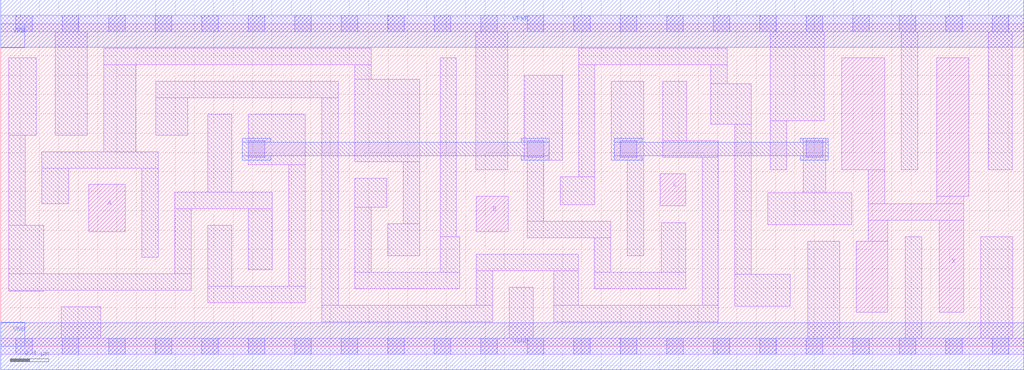
<source format=lef>
# Copyright 2020 The SkyWater PDK Authors
#
# Licensed under the Apache License, Version 2.0 (the "License");
# you may not use this file except in compliance with the License.
# You may obtain a copy of the License at
#
#     https://www.apache.org/licenses/LICENSE-2.0
#
# Unless required by applicable law or agreed to in writing, software
# distributed under the License is distributed on an "AS IS" BASIS,
# WITHOUT WARRANTIES OR CONDITIONS OF ANY KIND, either express or implied.
# See the License for the specific language governing permissions and
# limitations under the License.
#
# SPDX-License-Identifier: Apache-2.0

VERSION 5.5 ;
NAMESCASESENSITIVE ON ;
BUSBITCHARS "[]" ;
DIVIDERCHAR "/" ;
MACRO sky130_fd_sc_ms__xor3_4
  CLASS CORE ;
  SOURCE USER ;
  ORIGIN  0.000000  0.000000 ;
  SIZE  10.56000 BY  3.330000 ;
  SYMMETRY X Y ;
  SITE unit ;
  PIN A
    ANTENNAGATEAREA  0.246000 ;
    DIRECTION INPUT ;
    USE SIGNAL ;
    PORT
      LAYER li1 ;
        RECT 0.910000 1.180000 1.285000 1.670000 ;
    END
  END A
  PIN B
    ANTENNAGATEAREA  0.693000 ;
    DIRECTION INPUT ;
    USE SIGNAL ;
    PORT
      LAYER li1 ;
        RECT 4.910000 1.180000 5.240000 1.550000 ;
    END
  END B
  PIN C
    ANTENNAGATEAREA  0.381000 ;
    DIRECTION INPUT ;
    USE SIGNAL ;
    PORT
      LAYER li1 ;
        RECT 6.810000 1.450000 7.070000 1.780000 ;
    END
  END C
  PIN X
    ANTENNADIFFAREA  1.086400 ;
    DIRECTION OUTPUT ;
    USE SIGNAL ;
    PORT
      LAYER li1 ;
        RECT 8.685000 1.820000 9.125000 2.980000 ;
        RECT 8.830000 0.350000 9.160000 1.085000 ;
        RECT 8.955000 1.085000 9.160000 1.300000 ;
        RECT 8.955000 1.300000 9.940000 1.470000 ;
        RECT 8.955000 1.470000 9.125000 1.820000 ;
        RECT 9.665000 1.470000 9.940000 1.550000 ;
        RECT 9.665000 1.550000 9.995000 2.980000 ;
        RECT 9.690000 0.350000 9.940000 1.300000 ;
    END
  END X
  PIN VGND
    DIRECTION INOUT ;
    USE GROUND ;
    PORT
      LAYER met1 ;
        RECT 0.000000 -0.245000 10.560000 0.245000 ;
    END
  END VGND
  PIN VNB
    DIRECTION INOUT ;
    USE GROUND ;
    PORT
    END
  END VNB
  PIN VPB
    DIRECTION INOUT ;
    USE POWER ;
    PORT
    END
  END VPB
  PIN VNB
    DIRECTION INOUT ;
    USE GROUND ;
    PORT
      LAYER met1 ;
        RECT 0.000000 0.000000 0.250000 0.250000 ;
    END
  END VNB
  PIN VPB
    DIRECTION INOUT ;
    USE POWER ;
    PORT
      LAYER met1 ;
        RECT 0.000000 3.080000 0.250000 3.330000 ;
    END
  END VPB
  PIN VPWR
    DIRECTION INOUT ;
    USE POWER ;
    PORT
      LAYER met1 ;
        RECT 0.000000 3.085000 10.560000 3.575000 ;
    END
  END VPWR
  OBS
    LAYER li1 ;
      RECT  0.000000 -0.085000 10.560000 0.085000 ;
      RECT  0.000000  3.245000 10.560000 3.415000 ;
      RECT  0.085000  0.570000  0.445000 0.580000 ;
      RECT  0.085000  0.580000  1.965000 0.750000 ;
      RECT  0.085000  0.750000  0.445000 1.250000 ;
      RECT  0.085000  1.250000  0.255000 2.180000 ;
      RECT  0.085000  2.180000  0.365000 2.980000 ;
      RECT  0.425000  1.470000  0.700000 1.840000 ;
      RECT  0.425000  1.840000  1.625000 2.010000 ;
      RECT  0.565000  2.180000  0.895000 3.245000 ;
      RECT  0.625000  0.085000  1.035000 0.410000 ;
      RECT  1.065000  2.010000  1.395000 2.905000 ;
      RECT  1.065000  2.905000  3.825000 3.075000 ;
      RECT  1.455000  0.920000  1.625000 1.840000 ;
      RECT  1.600000  2.180000  1.930000 2.565000 ;
      RECT  1.600000  2.565000  3.485000 2.735000 ;
      RECT  1.795000  0.750000  1.965000 1.420000 ;
      RECT  1.795000  1.420000  2.805000 1.590000 ;
      RECT  2.135000  0.450000  3.145000 0.620000 ;
      RECT  2.135000  0.620000  2.385000 1.250000 ;
      RECT  2.135000  1.590000  2.385000 2.395000 ;
      RECT  2.555000  0.790000  2.805000 1.420000 ;
      RECT  2.555000  1.875000  3.145000 2.395000 ;
      RECT  2.975000  0.620000  3.145000 1.875000 ;
      RECT  3.315000  0.255000  5.080000 0.425000 ;
      RECT  3.315000  0.425000  3.485000 2.565000 ;
      RECT  3.655000  0.595000  4.740000 0.765000 ;
      RECT  3.655000  0.765000  3.825000 1.435000 ;
      RECT  3.655000  1.435000  3.985000 1.735000 ;
      RECT  3.655000  1.905000  4.325000 2.755000 ;
      RECT  3.655000  2.755000  3.825000 2.905000 ;
      RECT  3.995000  0.935000  4.325000 1.265000 ;
      RECT  4.155000  1.265000  4.325000 1.905000 ;
      RECT  4.535000  0.765000  4.740000 1.130000 ;
      RECT  4.535000  1.130000  4.705000 2.980000 ;
      RECT  4.905000  1.820000  5.235000 3.245000 ;
      RECT  4.910000  0.425000  5.080000 0.780000 ;
      RECT  4.910000  0.780000  5.960000 0.950000 ;
      RECT  5.250000  0.085000  5.500000 0.610000 ;
      RECT  5.405000  1.920000  5.795000 2.800000 ;
      RECT  5.435000  1.120000  6.300000 1.290000 ;
      RECT  5.435000  1.290000  5.605000 1.920000 ;
      RECT  5.710000  0.255000  7.410000 0.425000 ;
      RECT  5.710000  0.425000  5.960000 0.780000 ;
      RECT  5.775000  1.460000  6.135000 1.750000 ;
      RECT  5.965000  1.750000  6.135000 2.905000 ;
      RECT  5.965000  2.905000  7.500000 3.075000 ;
      RECT  6.130000  0.595000  7.070000 0.765000 ;
      RECT  6.130000  0.765000  6.300000 1.120000 ;
      RECT  6.305000  1.920000  6.640000 2.735000 ;
      RECT  6.470000  0.935000  6.640000 1.920000 ;
      RECT  6.820000  0.765000  7.070000 1.275000 ;
      RECT  6.835000  1.950000  7.410000 2.120000 ;
      RECT  6.835000  2.120000  7.085000 2.735000 ;
      RECT  7.240000  0.425000  7.410000 1.950000 ;
      RECT  7.330000  2.290000  7.750000 2.710000 ;
      RECT  7.330000  2.710000  7.500000 2.905000 ;
      RECT  7.580000  0.415000  8.150000 0.745000 ;
      RECT  7.580000  0.745000  7.750000 2.290000 ;
      RECT  7.920000  1.255000  8.785000 1.585000 ;
      RECT  7.945000  1.820000  8.115000 2.330000 ;
      RECT  7.945000  2.330000  8.500000 3.245000 ;
      RECT  8.285000  1.585000  8.515000 2.150000 ;
      RECT  8.330000  0.085000  8.660000 1.085000 ;
      RECT  9.295000  1.820000  9.465000 3.245000 ;
      RECT  9.340000  0.085000  9.510000 1.130000 ;
      RECT 10.120000  0.085000 10.450000 1.130000 ;
      RECT 10.195000  1.820000 10.445000 3.245000 ;
    LAYER mcon ;
      RECT  0.155000 -0.085000  0.325000 0.085000 ;
      RECT  0.155000  3.245000  0.325000 3.415000 ;
      RECT  0.635000 -0.085000  0.805000 0.085000 ;
      RECT  0.635000  3.245000  0.805000 3.415000 ;
      RECT  1.115000 -0.085000  1.285000 0.085000 ;
      RECT  1.115000  3.245000  1.285000 3.415000 ;
      RECT  1.595000 -0.085000  1.765000 0.085000 ;
      RECT  1.595000  3.245000  1.765000 3.415000 ;
      RECT  2.075000 -0.085000  2.245000 0.085000 ;
      RECT  2.075000  3.245000  2.245000 3.415000 ;
      RECT  2.555000 -0.085000  2.725000 0.085000 ;
      RECT  2.555000  1.950000  2.725000 2.120000 ;
      RECT  2.555000  3.245000  2.725000 3.415000 ;
      RECT  3.035000 -0.085000  3.205000 0.085000 ;
      RECT  3.035000  3.245000  3.205000 3.415000 ;
      RECT  3.515000 -0.085000  3.685000 0.085000 ;
      RECT  3.515000  3.245000  3.685000 3.415000 ;
      RECT  3.995000 -0.085000  4.165000 0.085000 ;
      RECT  3.995000  3.245000  4.165000 3.415000 ;
      RECT  4.475000 -0.085000  4.645000 0.085000 ;
      RECT  4.475000  3.245000  4.645000 3.415000 ;
      RECT  4.955000 -0.085000  5.125000 0.085000 ;
      RECT  4.955000  3.245000  5.125000 3.415000 ;
      RECT  5.435000 -0.085000  5.605000 0.085000 ;
      RECT  5.435000  1.950000  5.605000 2.120000 ;
      RECT  5.435000  3.245000  5.605000 3.415000 ;
      RECT  5.915000 -0.085000  6.085000 0.085000 ;
      RECT  5.915000  3.245000  6.085000 3.415000 ;
      RECT  6.395000 -0.085000  6.565000 0.085000 ;
      RECT  6.395000  1.950000  6.565000 2.120000 ;
      RECT  6.395000  3.245000  6.565000 3.415000 ;
      RECT  6.875000 -0.085000  7.045000 0.085000 ;
      RECT  6.875000  3.245000  7.045000 3.415000 ;
      RECT  7.355000 -0.085000  7.525000 0.085000 ;
      RECT  7.355000  3.245000  7.525000 3.415000 ;
      RECT  7.835000 -0.085000  8.005000 0.085000 ;
      RECT  7.835000  3.245000  8.005000 3.415000 ;
      RECT  8.315000 -0.085000  8.485000 0.085000 ;
      RECT  8.315000  1.950000  8.485000 2.120000 ;
      RECT  8.315000  3.245000  8.485000 3.415000 ;
      RECT  8.795000 -0.085000  8.965000 0.085000 ;
      RECT  8.795000  3.245000  8.965000 3.415000 ;
      RECT  9.275000 -0.085000  9.445000 0.085000 ;
      RECT  9.275000  3.245000  9.445000 3.415000 ;
      RECT  9.755000 -0.085000  9.925000 0.085000 ;
      RECT  9.755000  3.245000  9.925000 3.415000 ;
      RECT 10.235000 -0.085000 10.405000 0.085000 ;
      RECT 10.235000  3.245000 10.405000 3.415000 ;
    LAYER met1 ;
      RECT 2.495000 1.920000 2.785000 1.965000 ;
      RECT 2.495000 1.965000 5.665000 2.105000 ;
      RECT 2.495000 2.105000 2.785000 2.150000 ;
      RECT 5.375000 1.920000 5.665000 1.965000 ;
      RECT 5.375000 2.105000 5.665000 2.150000 ;
      RECT 6.335000 1.920000 6.625000 1.965000 ;
      RECT 6.335000 1.965000 8.545000 2.105000 ;
      RECT 6.335000 2.105000 6.625000 2.150000 ;
      RECT 8.255000 1.920000 8.545000 1.965000 ;
      RECT 8.255000 2.105000 8.545000 2.150000 ;
  END
END sky130_fd_sc_ms__xor3_4
END LIBRARY

</source>
